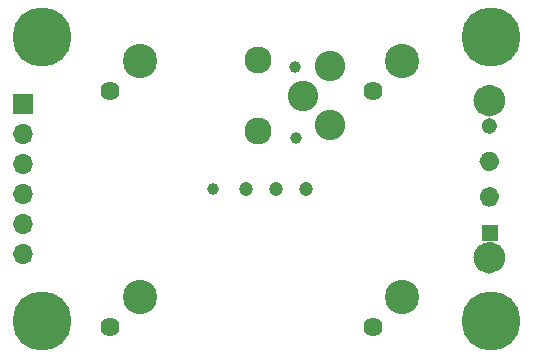
<source format=gbs>
G04 #@! TF.GenerationSoftware,KiCad,Pcbnew,8.0.9*
G04 #@! TF.CreationDate,2025-04-23T02:57:42-04:00*
G04 #@! TF.ProjectId,digital-gate-driver,64696769-7461-46c2-9d67-6174652d6472,rev?*
G04 #@! TF.SameCoordinates,Original*
G04 #@! TF.FileFunction,Soldermask,Bot*
G04 #@! TF.FilePolarity,Negative*
%FSLAX46Y46*%
G04 Gerber Fmt 4.6, Leading zero omitted, Abs format (unit mm)*
G04 Created by KiCad (PCBNEW 8.0.9) date 2025-04-23 02:57:42*
%MOMM*%
%LPD*%
G01*
G04 APERTURE LIST*
%ADD10C,1.356200*%
%ADD11C,0.661200*%
%ADD12C,0.836200*%
%ADD13C,0.010000*%
%ADD14C,2.905000*%
%ADD15C,1.623000*%
%ADD16C,1.000000*%
%ADD17C,0.800000*%
%ADD18C,5.000000*%
%ADD19R,1.700000X1.700000*%
%ADD20O,1.700000X1.700000*%
%ADD21C,2.295400*%
%ADD22C,1.200000*%
%ADD23C,2.574800*%
G04 APERTURE END LIST*
D10*
X174678100Y-84150000D02*
G75*
G02*
X173321900Y-84150000I-678100J0D01*
G01*
X173321900Y-84150000D02*
G75*
G02*
X174678100Y-84150000I678100J0D01*
G01*
D11*
X174330600Y-86300000D02*
G75*
G02*
X173669400Y-86300000I-330600J0D01*
G01*
X173669400Y-86300000D02*
G75*
G02*
X174330600Y-86300000I330600J0D01*
G01*
D12*
X174418100Y-89300000D02*
G75*
G02*
X173581900Y-89300000I-418100J0D01*
G01*
X173581900Y-89300000D02*
G75*
G02*
X174418100Y-89300000I418100J0D01*
G01*
X174418100Y-92300000D02*
G75*
G02*
X173581900Y-92300000I-418100J0D01*
G01*
X173581900Y-92300000D02*
G75*
G02*
X174418100Y-92300000I418100J0D01*
G01*
D10*
X174678100Y-97450000D02*
G75*
G02*
X173321900Y-97450000I-678100J0D01*
G01*
X173321900Y-97450000D02*
G75*
G02*
X174678100Y-97450000I678100J0D01*
G01*
D13*
X174661200Y-95961200D02*
X173338800Y-95961200D01*
X173338800Y-94638800D01*
X174661200Y-94638800D01*
X174661200Y-95961200D01*
G36*
X174661200Y-95961200D02*
G01*
X173338800Y-95961200D01*
X173338800Y-94638800D01*
X174661200Y-94638800D01*
X174661200Y-95961200D01*
G37*
D14*
X144400000Y-100799999D03*
D15*
X141900000Y-103299999D03*
D14*
X166640000Y-100799999D03*
D15*
X164140000Y-103299999D03*
D14*
X144400000Y-80799999D03*
D15*
X141900000Y-83299999D03*
D14*
X166640000Y-80799999D03*
D15*
X164140000Y-83299999D03*
D16*
X157600000Y-87300000D03*
X157500000Y-81300000D03*
X150600000Y-91600000D03*
D17*
X138015001Y-102799998D03*
X137465826Y-104125823D03*
X137465826Y-101474173D03*
X136140001Y-104674998D03*
D18*
X136140001Y-102799998D03*
D17*
X136140001Y-100924998D03*
X134814176Y-104125823D03*
X134814176Y-101474173D03*
X134265001Y-102799998D03*
D19*
X134540000Y-84450000D03*
D20*
X134540000Y-86990000D03*
X134540000Y-89530000D03*
X134540000Y-92070000D03*
X134540000Y-94610000D03*
X134540000Y-97150000D03*
D17*
X176015000Y-102799999D03*
X175465825Y-104125824D03*
X175465825Y-101474174D03*
X174140000Y-104674999D03*
D18*
X174140000Y-102799999D03*
D17*
X174140000Y-100924999D03*
X172814175Y-104125824D03*
X172814175Y-101474174D03*
X172265000Y-102799999D03*
X134265000Y-78799999D03*
X134814175Y-77474174D03*
X134814175Y-80125824D03*
X136140000Y-76924999D03*
D18*
X136140000Y-78799999D03*
D17*
X136140000Y-80674999D03*
X137465825Y-77474174D03*
X137465825Y-80125824D03*
X138015000Y-78799999D03*
X172265000Y-78799999D03*
X172814175Y-77474174D03*
X172814175Y-80125824D03*
X174140000Y-76924999D03*
D18*
X174140000Y-78799999D03*
D17*
X174140000Y-80674999D03*
X175465825Y-77474174D03*
X175465825Y-80125824D03*
X176015000Y-78799999D03*
D21*
X154421726Y-86750500D03*
X154421726Y-80750500D03*
D22*
X153400000Y-91600000D03*
X155940000Y-91600000D03*
X158480000Y-91600000D03*
D23*
X160500000Y-81250500D03*
X158221726Y-83750500D03*
X160500000Y-86250500D03*
M02*

</source>
